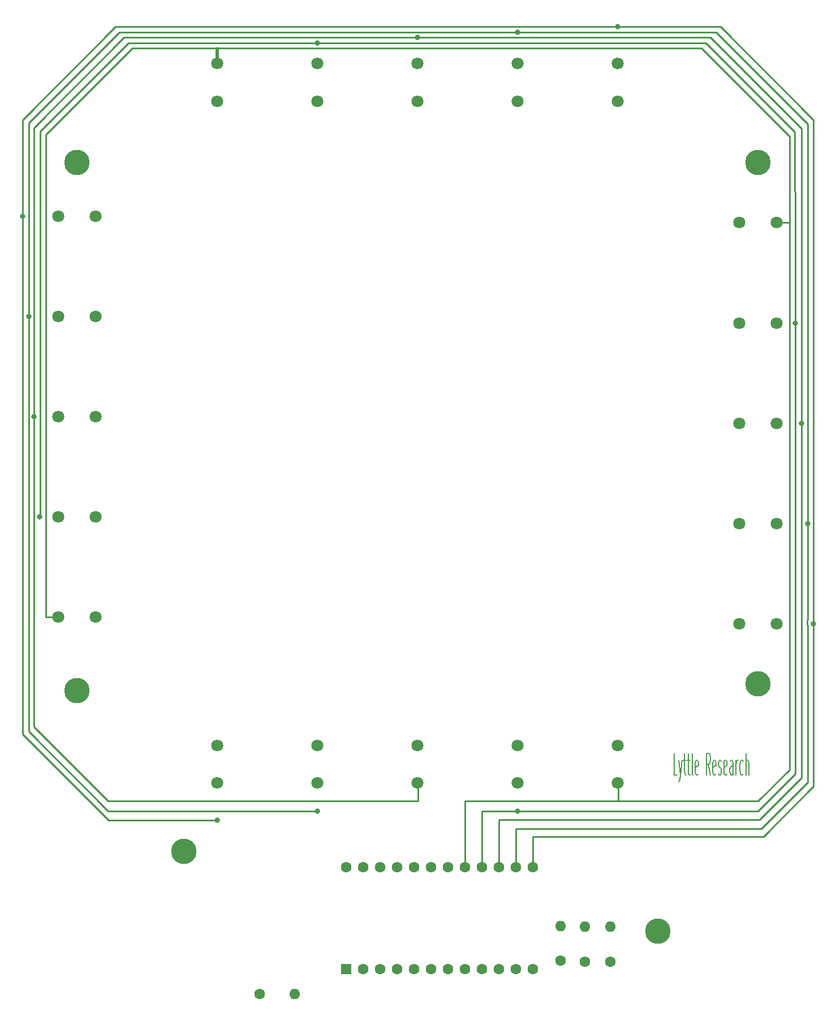
<source format=gbr>
%TF.GenerationSoftware,KiCad,Pcbnew,5.1.10-88a1d61d58~88~ubuntu18.04.1*%
%TF.CreationDate,2021-10-19T13:41:10-04:00*%
%TF.ProjectId,MFDkeyboard2withMountHoles3USEthisONE,4d46446b-6579-4626-9f61-726432776974,rev?*%
%TF.SameCoordinates,Original*%
%TF.FileFunction,Copper,L1,Top*%
%TF.FilePolarity,Positive*%
%FSLAX46Y46*%
G04 Gerber Fmt 4.6, Leading zero omitted, Abs format (unit mm)*
G04 Created by KiCad (PCBNEW 5.1.10-88a1d61d58~88~ubuntu18.04.1) date 2021-10-19 13:41:10*
%MOMM*%
%LPD*%
G01*
G04 APERTURE LIST*
%TA.AperFunction,NonConductor*%
%ADD10C,0.150000*%
%TD*%
%TA.AperFunction,ComponentPad*%
%ADD11C,1.800000*%
%TD*%
%TA.AperFunction,ComponentPad*%
%ADD12R,1.600000X1.600000*%
%TD*%
%TA.AperFunction,ComponentPad*%
%ADD13C,1.600000*%
%TD*%
%TA.AperFunction,ComponentPad*%
%ADD14C,3.800000*%
%TD*%
%TA.AperFunction,ComponentPad*%
%ADD15O,1.600000X1.600000*%
%TD*%
%TA.AperFunction,ViaPad*%
%ADD16C,0.800000*%
%TD*%
%TA.AperFunction,Conductor*%
%ADD17C,0.250000*%
%TD*%
%TA.AperFunction,Conductor*%
%ADD18C,0.508000*%
%TD*%
G04 APERTURE END LIST*
D10*
X132880952Y-142556666D02*
X132404761Y-142556666D01*
X132404761Y-139336666D01*
X133119047Y-140410000D02*
X133357142Y-142556666D01*
X133595238Y-140410000D02*
X133357142Y-142556666D01*
X133261904Y-143323333D01*
X133214285Y-143476666D01*
X133119047Y-143630000D01*
X133833333Y-140410000D02*
X134214285Y-140410000D01*
X133976190Y-139336666D02*
X133976190Y-142096666D01*
X134023809Y-142403333D01*
X134119047Y-142556666D01*
X134214285Y-142556666D01*
X134404761Y-140410000D02*
X134785714Y-140410000D01*
X134547619Y-139336666D02*
X134547619Y-142096666D01*
X134595238Y-142403333D01*
X134690476Y-142556666D01*
X134785714Y-142556666D01*
X135261904Y-142556666D02*
X135166666Y-142403333D01*
X135119047Y-142096666D01*
X135119047Y-139336666D01*
X136023809Y-142403333D02*
X135928571Y-142556666D01*
X135738095Y-142556666D01*
X135642857Y-142403333D01*
X135595238Y-142096666D01*
X135595238Y-140870000D01*
X135642857Y-140563333D01*
X135738095Y-140410000D01*
X135928571Y-140410000D01*
X136023809Y-140563333D01*
X136071428Y-140870000D01*
X136071428Y-141176666D01*
X135595238Y-141483333D01*
X137833333Y-142556666D02*
X137500000Y-141023333D01*
X137261904Y-142556666D02*
X137261904Y-139336666D01*
X137642857Y-139336666D01*
X137738095Y-139490000D01*
X137785714Y-139643333D01*
X137833333Y-139950000D01*
X137833333Y-140410000D01*
X137785714Y-140716666D01*
X137738095Y-140870000D01*
X137642857Y-141023333D01*
X137261904Y-141023333D01*
X138642857Y-142403333D02*
X138547619Y-142556666D01*
X138357142Y-142556666D01*
X138261904Y-142403333D01*
X138214285Y-142096666D01*
X138214285Y-140870000D01*
X138261904Y-140563333D01*
X138357142Y-140410000D01*
X138547619Y-140410000D01*
X138642857Y-140563333D01*
X138690476Y-140870000D01*
X138690476Y-141176666D01*
X138214285Y-141483333D01*
X139071428Y-142403333D02*
X139166666Y-142556666D01*
X139357142Y-142556666D01*
X139452380Y-142403333D01*
X139500000Y-142096666D01*
X139500000Y-141943333D01*
X139452380Y-141636666D01*
X139357142Y-141483333D01*
X139214285Y-141483333D01*
X139119047Y-141330000D01*
X139071428Y-141023333D01*
X139071428Y-140870000D01*
X139119047Y-140563333D01*
X139214285Y-140410000D01*
X139357142Y-140410000D01*
X139452380Y-140563333D01*
X140309523Y-142403333D02*
X140214285Y-142556666D01*
X140023809Y-142556666D01*
X139928571Y-142403333D01*
X139880952Y-142096666D01*
X139880952Y-140870000D01*
X139928571Y-140563333D01*
X140023809Y-140410000D01*
X140214285Y-140410000D01*
X140309523Y-140563333D01*
X140357142Y-140870000D01*
X140357142Y-141176666D01*
X139880952Y-141483333D01*
X141214285Y-142556666D02*
X141214285Y-140870000D01*
X141166666Y-140563333D01*
X141071428Y-140410000D01*
X140880952Y-140410000D01*
X140785714Y-140563333D01*
X141214285Y-142403333D02*
X141119047Y-142556666D01*
X140880952Y-142556666D01*
X140785714Y-142403333D01*
X140738095Y-142096666D01*
X140738095Y-141790000D01*
X140785714Y-141483333D01*
X140880952Y-141330000D01*
X141119047Y-141330000D01*
X141214285Y-141176666D01*
X141690476Y-142556666D02*
X141690476Y-140410000D01*
X141690476Y-141023333D02*
X141738095Y-140716666D01*
X141785714Y-140563333D01*
X141880952Y-140410000D01*
X141976190Y-140410000D01*
X142738095Y-142403333D02*
X142642857Y-142556666D01*
X142452380Y-142556666D01*
X142357142Y-142403333D01*
X142309523Y-142250000D01*
X142261904Y-141943333D01*
X142261904Y-141023333D01*
X142309523Y-140716666D01*
X142357142Y-140563333D01*
X142452380Y-140410000D01*
X142642857Y-140410000D01*
X142738095Y-140563333D01*
X143166666Y-142556666D02*
X143166666Y-139336666D01*
X143595238Y-142556666D02*
X143595238Y-140870000D01*
X143547619Y-140563333D01*
X143452380Y-140410000D01*
X143309523Y-140410000D01*
X143214285Y-140563333D01*
X143166666Y-140716666D01*
D11*
%TO.P,S12,2*%
%TO.N,Net-(S12-Pad2)*%
X109000000Y-143800000D03*
%TO.P,S12,1*%
%TO.N,Net-(R4-Pad2)*%
X109000000Y-138200000D03*
%TD*%
%TO.P,S6,2*%
%TO.N,Net-(S1-Pad2)*%
X147800000Y-60000000D03*
%TO.P,S6,1*%
%TO.N,Net-(R2-Pad2)*%
X142200000Y-60000000D03*
%TD*%
%TO.P,S7,2*%
%TO.N,Net-(S12-Pad2)*%
X147800000Y-75000000D03*
%TO.P,S7,1*%
%TO.N,Net-(R2-Pad2)*%
X142200000Y-75000000D03*
%TD*%
%TO.P,S1,2*%
%TO.N,Net-(S1-Pad2)*%
X64000000Y-36200000D03*
%TO.P,S1,1*%
%TO.N,Net-(R3-Pad2)*%
X64000000Y-41800000D03*
%TD*%
%TO.P,S2,2*%
%TO.N,Net-(S12-Pad2)*%
X79000000Y-36200000D03*
%TO.P,S2,1*%
%TO.N,Net-(R3-Pad2)*%
X79000000Y-41800000D03*
%TD*%
%TO.P,S3,2*%
%TO.N,Net-(S13-Pad2)*%
X94000000Y-36200000D03*
%TO.P,S3,1*%
%TO.N,Net-(R3-Pad2)*%
X94000000Y-41800000D03*
%TD*%
%TO.P,S4,2*%
%TO.N,Net-(S14-Pad2)*%
X109000000Y-36200000D03*
%TO.P,S4,1*%
%TO.N,Net-(R3-Pad2)*%
X109000000Y-41800000D03*
%TD*%
%TO.P,S5,2*%
%TO.N,Net-(S10-Pad2)*%
X124000000Y-36200000D03*
%TO.P,S5,1*%
%TO.N,Net-(R3-Pad2)*%
X124000000Y-41800000D03*
%TD*%
%TO.P,S8,2*%
%TO.N,Net-(S13-Pad2)*%
X147800000Y-90000000D03*
%TO.P,S8,1*%
%TO.N,Net-(R2-Pad2)*%
X142200000Y-90000000D03*
%TD*%
%TO.P,S9,2*%
%TO.N,Net-(S14-Pad2)*%
X147800000Y-105000000D03*
%TO.P,S9,1*%
%TO.N,Net-(R2-Pad2)*%
X142200000Y-105000000D03*
%TD*%
%TO.P,S10,2*%
%TO.N,Net-(S10-Pad2)*%
X147800000Y-120000000D03*
%TO.P,S10,1*%
%TO.N,Net-(R2-Pad2)*%
X142200000Y-120000000D03*
%TD*%
%TO.P,S11,2*%
%TO.N,Net-(S1-Pad2)*%
X124000000Y-143800000D03*
%TO.P,S11,1*%
%TO.N,Net-(R4-Pad2)*%
X124000000Y-138200000D03*
%TD*%
%TO.P,S13,2*%
%TO.N,Net-(S13-Pad2)*%
X94000000Y-143800000D03*
%TO.P,S13,1*%
%TO.N,Net-(R4-Pad2)*%
X94000000Y-138200000D03*
%TD*%
%TO.P,S14,2*%
%TO.N,Net-(S14-Pad2)*%
X79000000Y-143800000D03*
%TO.P,S14,1*%
%TO.N,Net-(R4-Pad2)*%
X79000000Y-138200000D03*
%TD*%
%TO.P,S15,2*%
%TO.N,Net-(S10-Pad2)*%
X64000000Y-143800000D03*
%TO.P,S15,1*%
%TO.N,Net-(R4-Pad2)*%
X64000000Y-138200000D03*
%TD*%
%TO.P,S16,2*%
%TO.N,Net-(S1-Pad2)*%
X40200000Y-119000000D03*
%TO.P,S16,1*%
%TO.N,Net-(R1-Pad1)*%
X45800000Y-119000000D03*
%TD*%
%TO.P,S17,2*%
%TO.N,Net-(S12-Pad2)*%
X40200000Y-104000000D03*
%TO.P,S17,1*%
%TO.N,Net-(R1-Pad1)*%
X45800000Y-104000000D03*
%TD*%
%TO.P,S18,2*%
%TO.N,Net-(S13-Pad2)*%
X40200000Y-89000000D03*
%TO.P,S18,1*%
%TO.N,Net-(R1-Pad1)*%
X45800000Y-89000000D03*
%TD*%
%TO.P,S19,2*%
%TO.N,Net-(S14-Pad2)*%
X40200000Y-74000000D03*
%TO.P,S19,1*%
%TO.N,Net-(R1-Pad1)*%
X45800000Y-74000000D03*
%TD*%
%TO.P,S20,2*%
%TO.N,Net-(S10-Pad2)*%
X40200000Y-59000000D03*
%TO.P,S20,1*%
%TO.N,Net-(R1-Pad1)*%
X45800000Y-59000000D03*
%TD*%
D12*
%TO.P,U1,1*%
%TO.N,Net-(U1-Pad1)*%
X83330000Y-171620000D03*
D13*
%TO.P,U1,2*%
%TO.N,Net-(U1-Pad2)*%
X85870000Y-171620000D03*
%TO.P,U1,3*%
%TO.N,Net-(U1-Pad3)*%
X88410000Y-171620000D03*
%TO.P,U1,4*%
%TO.N,Net-(U1-Pad4)*%
X90950000Y-171620000D03*
%TO.P,U1,5*%
%TO.N,Net-(U1-Pad5)*%
X93490000Y-171620000D03*
%TO.P,U1,6*%
%TO.N,Net-(U1-Pad6)*%
X96030000Y-171620000D03*
%TO.P,U1,7*%
%TO.N,Net-(U1-Pad7)*%
X98570000Y-171620000D03*
%TO.P,U1,8*%
%TO.N,Net-(U1-Pad8)*%
X101110000Y-171620000D03*
%TO.P,U1,9*%
%TO.N,Net-(R1-Pad2)*%
X103650000Y-171620000D03*
%TO.P,U1,10*%
%TO.N,Net-(R2-Pad1)*%
X106190000Y-171620000D03*
%TO.P,U1,11*%
%TO.N,Net-(R3-Pad1)*%
X108730000Y-171620000D03*
%TO.P,U1,12*%
%TO.N,Net-(R4-Pad1)*%
X111270000Y-171620000D03*
%TO.P,U1,13*%
%TO.N,Net-(S10-Pad2)*%
X111270000Y-156380000D03*
%TO.P,U1,14*%
%TO.N,Net-(S14-Pad2)*%
X108730000Y-156380000D03*
%TO.P,U1,15*%
%TO.N,Net-(S13-Pad2)*%
X106190000Y-156380000D03*
%TO.P,U1,16*%
%TO.N,Net-(S12-Pad2)*%
X103650000Y-156380000D03*
%TO.P,U1,17*%
%TO.N,Net-(S1-Pad2)*%
X101110000Y-156380000D03*
%TO.P,U1,18*%
%TO.N,Net-(U1-Pad18)*%
X98570000Y-156380000D03*
%TO.P,U1,19*%
%TO.N,Net-(U1-Pad19)*%
X96030000Y-156380000D03*
%TO.P,U1,20*%
%TO.N,Net-(U1-Pad20)*%
X93490000Y-156380000D03*
%TO.P,U1,21*%
%TO.N,Net-(U1-Pad21)*%
X90950000Y-156380000D03*
%TO.P,U1,22*%
%TO.N,Net-(U1-Pad22)*%
X88410000Y-156380000D03*
%TO.P,U1,23*%
%TO.N,Net-(U1-Pad23)*%
X85870000Y-156380000D03*
%TO.P,U1,24*%
%TO.N,Net-(U1-Pad24)*%
X83330000Y-156380000D03*
%TD*%
D14*
%TO.P,REF\u002A\u002A,*%
%TO.N,*%
X145000000Y-51000000D03*
%TD*%
%TO.P,REF\u002A\u002A,*%
%TO.N,*%
X130000000Y-166000000D03*
%TD*%
%TO.P,REF\u002A\u002A,*%
%TO.N,*%
X59000000Y-154000000D03*
%TD*%
%TO.P,REF\u002A\u002A,*%
%TO.N,*%
X43000000Y-130000000D03*
%TD*%
%TO.P,REF\u002A\u002A,*%
%TO.N,*%
X43000000Y-51000000D03*
%TD*%
%TO.P,REF\u002A\u002A,*%
%TO.N,*%
X145000000Y-129000000D03*
%TD*%
D15*
%TO.P,R2,2*%
%TO.N,Net-(R2-Pad2)*%
X122900000Y-165300000D03*
D13*
%TO.P,R2,1*%
%TO.N,Net-(R2-Pad1)*%
X122900000Y-170500000D03*
%TD*%
D15*
%TO.P,R1,2*%
%TO.N,Net-(R1-Pad2)*%
X75600000Y-175400000D03*
D13*
%TO.P,R1,1*%
%TO.N,Net-(R1-Pad1)*%
X70400000Y-175400000D03*
%TD*%
D15*
%TO.P,R3,2*%
%TO.N,Net-(R3-Pad2)*%
X119100000Y-165300000D03*
D13*
%TO.P,R3,1*%
%TO.N,Net-(R3-Pad1)*%
X119100000Y-170500000D03*
%TD*%
D15*
%TO.P,R4,2*%
%TO.N,Net-(R4-Pad2)*%
X115400000Y-165200000D03*
D13*
%TO.P,R4,1*%
%TO.N,Net-(R4-Pad1)*%
X115400000Y-170400000D03*
%TD*%
D16*
%TO.N,Net-(S12-Pad2)*%
X109000000Y-148000000D03*
X37475000Y-104000000D03*
X79000000Y-33100000D03*
X150600000Y-75000000D03*
%TO.N,Net-(S13-Pad2)*%
X36600000Y-89000000D03*
X94000000Y-32300000D03*
X151500000Y-90000000D03*
%TO.N,Net-(S14-Pad2)*%
X152400000Y-105000000D03*
X35800000Y-74000000D03*
X109024992Y-31475000D03*
X78999992Y-148000000D03*
%TO.N,Net-(S10-Pad2)*%
X153299999Y-120000001D03*
X124000000Y-30700000D03*
X34900000Y-59000000D03*
X64000000Y-149400000D03*
%TD*%
D17*
%TO.N,Net-(S1-Pad2)*%
X101110000Y-156380000D02*
X101110000Y-150610000D01*
X101110000Y-152580000D02*
X101110000Y-150610000D01*
X124100000Y-143900000D02*
X124000000Y-143800000D01*
X124100000Y-146500000D02*
X124100000Y-143900000D01*
D18*
X64000000Y-36200000D02*
X64000000Y-34000000D01*
D17*
X145000000Y-146500000D02*
X124100000Y-146500000D01*
X149700000Y-141800000D02*
X145000000Y-146500000D01*
X147800000Y-60000000D02*
X149600000Y-60000000D01*
X149600000Y-60000000D02*
X149700000Y-60100000D01*
X149700000Y-60100000D02*
X149700000Y-141800000D01*
X51300000Y-33900000D02*
X136500000Y-33900000D01*
X149700000Y-47100000D02*
X149700000Y-60100000D01*
X136500000Y-33900000D02*
X149700000Y-47100000D01*
X38400000Y-46800000D02*
X51300000Y-33900000D01*
X40200000Y-119000000D02*
X38400000Y-119000000D01*
X38400000Y-119000000D02*
X38400000Y-46800000D01*
X120000000Y-146500000D02*
X124100000Y-146500000D01*
X101100000Y-146500000D02*
X120000000Y-146500000D01*
X101110000Y-150610000D02*
X101110000Y-146510000D01*
X101110000Y-146510000D02*
X101100000Y-146500000D01*
%TO.N,Net-(S12-Pad2)*%
X103700000Y-148000000D02*
X103650000Y-148050000D01*
X105900000Y-148000000D02*
X103700000Y-148000000D01*
X104600000Y-148000000D02*
X105900000Y-148000000D01*
X145000000Y-148000000D02*
X150600000Y-142400000D01*
X150599998Y-80100002D02*
X150599998Y-79100002D01*
X150599998Y-79100002D02*
X150600000Y-79100000D01*
X103650000Y-156380000D02*
X103650000Y-152250000D01*
X103650000Y-152580000D02*
X103650000Y-152250000D01*
X103650000Y-152250000D02*
X103650000Y-148050000D01*
X105900000Y-148000000D02*
X109000000Y-148000000D01*
X109000000Y-148000000D02*
X145000000Y-148000000D01*
X150600000Y-79400000D02*
X150600000Y-79100000D01*
X150600000Y-142400000D02*
X150600000Y-79400000D01*
X150600000Y-79400000D02*
X150600000Y-75000000D01*
X137200000Y-33100000D02*
X79000000Y-33100000D01*
X150500000Y-55300000D02*
X150500000Y-46400000D01*
X150600000Y-75000000D02*
X150600000Y-55400000D01*
X150500000Y-46400000D02*
X137200000Y-33100000D01*
X150600000Y-55400000D02*
X150500000Y-55300000D01*
X37500000Y-103975000D02*
X37475000Y-104000000D01*
X37500000Y-46300000D02*
X37500000Y-103975000D01*
X79000000Y-33100000D02*
X50700000Y-33100000D01*
X50700000Y-33100000D02*
X37500000Y-46300000D01*
%TO.N,Net-(S13-Pad2)*%
X92800000Y-32300000D02*
X86600000Y-32300000D01*
X91100000Y-32300000D02*
X86600000Y-32300000D01*
X92800000Y-32300000D02*
X91300000Y-32300000D01*
X106190000Y-156380000D02*
X106190000Y-152290000D01*
X106190000Y-152290000D02*
X106190000Y-152580000D01*
X106190000Y-149410000D02*
X106190000Y-152290000D01*
X145200000Y-149300000D02*
X106300000Y-149300000D01*
X106300000Y-149300000D02*
X106190000Y-149410000D01*
X151500000Y-96499978D02*
X151500000Y-143000000D01*
X151500000Y-143000000D02*
X145200000Y-149300000D01*
X89600000Y-146500000D02*
X94100000Y-146500000D01*
X48200000Y-146500000D02*
X89600000Y-146500000D01*
X94000000Y-32300000D02*
X92800000Y-32300000D01*
X151500000Y-96600000D02*
X151500000Y-90000000D01*
X47700000Y-146500000D02*
X48200000Y-146500000D01*
X36600000Y-89000000D02*
X36600000Y-135400000D01*
X36600000Y-135400000D02*
X47700000Y-146500000D01*
X94100000Y-143900000D02*
X94000000Y-143800000D01*
X94100000Y-146500000D02*
X94100000Y-143900000D01*
X94565685Y-32300000D02*
X94000000Y-32300000D01*
X137900000Y-32300000D02*
X94565685Y-32300000D01*
X151500000Y-90000000D02*
X151500000Y-45900000D01*
X151500000Y-45900000D02*
X137900000Y-32300000D01*
X36600000Y-45800000D02*
X36600000Y-89000000D01*
X86600000Y-32300000D02*
X50100000Y-32300000D01*
X50100000Y-32300000D02*
X36600000Y-45800000D01*
%TO.N,Net-(S14-Pad2)*%
X152400000Y-141600000D02*
X152400000Y-139200000D01*
X152400000Y-139900000D02*
X152400000Y-139200000D01*
X152400000Y-140600000D02*
X152400000Y-141600000D01*
X35800000Y-77000000D02*
X35800000Y-80500000D01*
X35800000Y-77600000D02*
X35800000Y-80500000D01*
X35800000Y-77000000D02*
X35800000Y-77400000D01*
X152400000Y-110200000D02*
X152400000Y-108599998D01*
X152400000Y-107100000D02*
X152400000Y-110200000D01*
X152400000Y-107899998D02*
X152400000Y-107100000D01*
X108730000Y-156380000D02*
X108730000Y-152370000D01*
X108730000Y-152370000D02*
X108730000Y-152580000D01*
X108730000Y-150730000D02*
X108730000Y-152370000D01*
X108860000Y-150600000D02*
X108730000Y-150730000D01*
X145500000Y-150600000D02*
X108860000Y-150600000D01*
X152400000Y-141600000D02*
X152400000Y-143700000D01*
X152400000Y-143700000D02*
X145500000Y-150600000D01*
X152374999Y-119451999D02*
X152400000Y-119426998D01*
X152400000Y-120173002D02*
X152374999Y-120148001D01*
X152400000Y-139200000D02*
X152400000Y-120173002D01*
X152374999Y-120148001D02*
X152374999Y-119451999D01*
X152400000Y-119426998D02*
X152400000Y-110200000D01*
X35800000Y-74000000D02*
X35800000Y-77000000D01*
X74000000Y-148000000D02*
X79000000Y-148000000D01*
X47700000Y-148000000D02*
X74000000Y-148000000D01*
X35800000Y-136100000D02*
X47700000Y-148000000D01*
X35800000Y-80500000D02*
X35800000Y-136100000D01*
X138675000Y-31475000D02*
X109024992Y-31475000D01*
X152400000Y-107100000D02*
X152400000Y-45200000D01*
X152400000Y-45200000D02*
X138675000Y-31475000D01*
X35800000Y-74000000D02*
X35800000Y-45100000D01*
X49425000Y-31475000D02*
X109024992Y-31475000D01*
X35800000Y-45100000D02*
X49425000Y-31475000D01*
%TO.N,Net-(S10-Pad2)*%
X153299999Y-144300001D02*
X153299999Y-120000001D01*
X145800000Y-151800000D02*
X153299999Y-144300001D01*
X111270000Y-156380000D02*
X111270000Y-151800000D01*
X111270000Y-151800000D02*
X145800000Y-151800000D01*
X34900000Y-59000000D02*
X34900000Y-136500000D01*
X47800000Y-149400000D02*
X64000000Y-149400000D01*
X34900000Y-136500000D02*
X47800000Y-149400000D01*
X139400000Y-30700000D02*
X153299999Y-44599999D01*
X153299999Y-44599999D02*
X153299999Y-120000001D01*
X48800000Y-30700000D02*
X139400000Y-30700000D01*
X34900000Y-59000000D02*
X34900000Y-44600000D01*
X34900000Y-44600000D02*
X48800000Y-30700000D01*
%TD*%
M02*

</source>
